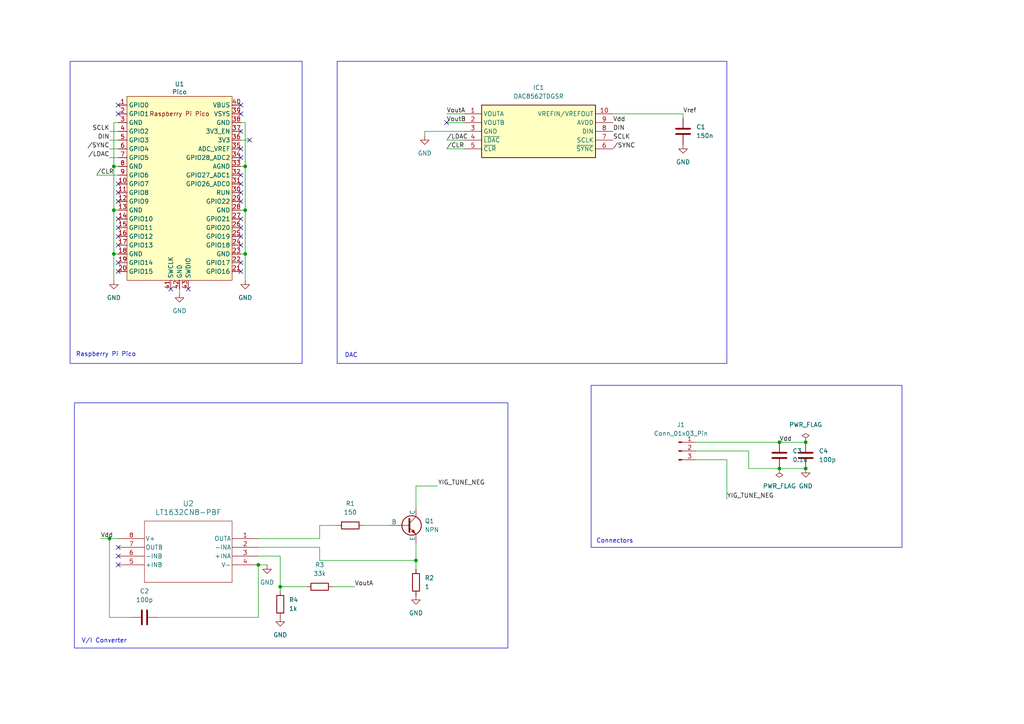
<source format=kicad_sch>
(kicad_sch (version 20231120) (generator "eeschema") (generator_version "8.0")
  (paper "A4")
  (lib_symbols
    (symbol "Connector:Conn_01x03_Pin" (pin_names (offset 1.016) hide)
      (property "Reference" "J" (at 0 5.08 0))
      (property "Value" "Conn_01x03_Pin" (at 0 -5.08 0))
      (symbol "Conn_01x03_Pin_1_1"
        (polyline (pts (xy 1.27 -2.54) (xy 0.8636 -2.54)) (stroke (width 0.1524)))
        (polyline (pts (xy 1.27 0) (xy 0.8636 0)) (stroke (width 0.1524)))
        (polyline (pts (xy 1.27 2.54) (xy 0.8636 2.54)) (stroke (width 0.1524)))
        (rectangle (start 0.8636 -2.413) (end 0 -2.667) (stroke (width 0.1524)) (fill (type outline)))
        (rectangle (start 0.8636 0.127) (end 0 -0.127) (stroke (width 0.1524)) (fill (type outline)))
        (rectangle (start 0.8636 2.667) (end 0 2.413) (stroke (width 0.1524)) (fill (type outline)))
        (pin passive line (at 5.08 2.54 180) (length 3.81) (name "Pin_1") (number "1"))
        (pin passive line (at 5.08 0 180) (length 3.81) (name "Pin_2") (number "2"))
        (pin passive line (at 5.08 -2.54 180) (length 3.81) (name "Pin_3") (number "3"))
      )
    )
    (symbol "DAC8562T:DAC8562TDGSR"
      (property "Reference" "IC1" (at 0 12.7 0))
      (property "Value" "DAC8562TDGSR" (at 0 10.16 0))
      (symbol "DAC8562TDGSR_1_1"
        (rectangle (start -16.51 7.62) (end 16.51 -7.62) (stroke (width 0.254)) (fill (type background)))
        (pin passive line (at -21.59 5.08 0) (length 5.08) (name "VOUTA") (number "1"))
        (pin passive line (at 21.59 5.08 180) (length 5.08) (name "VREFIN/VREFOUT") (number "10"))
        (pin passive line (at -21.59 2.54 0) (length 5.08) (name "VOUTB") (number "2"))
        (pin passive line (at -21.59 0 0) (length 5.08) (name "GND") (number "3"))
        (pin passive line (at -21.59 -2.54 0) (length 5.08) (name "~{LDAC}") (number "4"))
        (pin passive line (at -21.59 -5.08 0) (length 5.08) (name "~{CLR}") (number "5"))
        (pin passive line (at 21.59 -5.08 180) (length 5.08) (name "~{SYNC}") (number "6"))
        (pin passive line (at 21.59 -2.54 180) (length 5.08) (name "SCLK") (number "7"))
        (pin passive line (at 21.59 0 180) (length 5.08) (name "DIN") (number "8"))
        (pin passive line (at 21.59 2.54 180) (length 5.08) (name "AVDD") (number "9"))
      )
    )
    (symbol "Device:C" (pin_numbers hide) (pin_names (offset 0.254))
      (property "Reference" "C" (at 0.635 2.54 0))
      (property "Value" "C" (at 0.635 -2.54 0))
      (symbol "C_0_1"
        (polyline (pts (xy -2.032 -0.762) (xy 2.032 -0.762)) (stroke (width 0.508)))
        (polyline (pts (xy -2.032 0.762) (xy 2.032 0.762)) (stroke (width 0.508)))
      )
      (symbol "C_1_1"
        (pin passive line (at 0 3.81 270) (length 2.794) (name "~") (number "1"))
        (pin passive line (at 0 -3.81 90) (length 2.794) (name "~") (number "2"))
      )
    )
    (symbol "Device:R" (pin_numbers hide) (pin_names (offset 0))
      (property "Reference" "R" (at 2.032 0 90))
      (property "Value" "R" (at 0 0 90))
      (symbol "R_0_1"
        (rectangle (start -1.016 -2.54) (end 1.016 2.54) (stroke (width 0.254)))
      )
      (symbol "R_1_1"
        (pin passive line (at 0 3.81 270) (length 1.27) (name "~") (number "1"))
        (pin passive line (at 0 -3.81 90) (length 1.27) (name "~") (number "2"))
      )
    )
    (symbol "GND_1" (power) (pin_names (offset 0))
      (property "Value" "GND" (at 0 -3.81 0))
      (symbol "GND_1_0_1"
        (polyline (pts (xy 0 0) (xy 0 -1.27) (xy 1.27 -1.27) (xy 0 -2.54) (xy -1.27 -1.27) (xy 0 -1.27)))
      )
      (symbol "GND_1_1_1"
        (pin power_in line (at 0 0 270) (length 0) hide (name "GND") (number "1"))
      )
    )
    (symbol "GND_2" (power) (pin_names (offset 0))
      (property "Value" "GND" (at 0 -3.81 0))
      (symbol "GND_2_0_1"
        (polyline (pts (xy 0 0) (xy 0 -1.27) (xy 1.27 -1.27) (xy 0 -2.54) (xy -1.27 -1.27) (xy 0 -1.27)))
      )
      (symbol "GND_2_1_1"
        (pin power_in line (at 0 0 270) (length 0) hide (name "GND") (number "1"))
      )
    )
    (symbol "GND_3" (power) (pin_names (offset 0))
      (property "Value" "GND" (at 0 -3.81 0))
      (symbol "GND_3_0_1"
        (polyline (pts (xy 0 0) (xy 0 -1.27) (xy 1.27 -1.27) (xy 0 -2.54) (xy -1.27 -1.27) (xy 0 -1.27)))
      )
      (symbol "GND_3_1_1"
        (pin power_in line (at 0 0 270) (length 0) hide (name "GND") (number "1"))
      )
    )
    (symbol "GND_4" (power) (pin_names (offset 0))
      (property "Value" "GND" (at 0 -3.81 0))
      (symbol "GND_4_0_1"
        (polyline (pts (xy 0 0) (xy 0 -1.27) (xy 1.27 -1.27) (xy 0 -2.54) (xy -1.27 -1.27) (xy 0 -1.27)))
      )
      (symbol "GND_4_1_1"
        (pin power_in line (at 0 0 270) (length 0) hide (name "GND") (number "1"))
      )
    )
    (symbol "LT1632CN8_PBF:LT1632CN8-PBF" (pin_names (offset 0.254))
      (property "Reference" "U" (at -1.27 13.97 0))
      (property "Value" "LT1632CN8-PBF" (at -1.27 11.43 0))
      (symbol "LT1632CN8-PBF_0_1"
        (polyline (pts (xy -13.97 -8.89) (xy 11.43 -8.89)) (stroke (width 0.127)))
        (polyline (pts (xy -13.97 8.89) (xy -13.97 -8.89)) (stroke (width 0.127)))
        (polyline (pts (xy 11.43 -8.89) (xy 11.43 8.89)) (stroke (width 0.127)))
        (polyline (pts (xy 11.43 8.89) (xy -13.97 8.89)) (stroke (width 0.127)))
        (pin output line (at -21.59 3.81 0) (length 7.62) (name "OUTA") (number "1"))
        (pin input line (at -21.59 1.27 0) (length 7.62) (name "-INA") (number "2"))
        (pin input line (at -21.59 -1.27 0) (length 7.62) (name "+INA") (number "3"))
        (pin power_in line (at -21.59 -3.81 0) (length 7.62) (name "V-") (number "4"))
        (pin input line (at 19.05 -3.81 180) (length 7.62) (name "+INB") (number "5"))
        (pin input line (at 19.05 -1.27 180) (length 7.62) (name "-INB") (number "6"))
        (pin output line (at 19.05 1.27 180) (length 7.62) (name "OUTB") (number "7"))
        (pin power_in line (at 19.05 3.81 180) (length 7.62) (name "V+") (number "8"))
      )
    )
    (symbol "RaspberryPiPico:Pico"
      (property "Reference" "U" (at -13.97 27.94 0))
      (property "Value" "Pico" (at 0 19.05 0))
      (symbol "Pico_0_0"
        (text "Raspberry Pi Pico" (at 0 21.59 0) (effects (font (size 1.27 1.27))))
      )
      (symbol "Pico_0_1"
        (rectangle (start -15.24 26.67) (end 15.24 -26.67) (fill (type background)))
      )
      (symbol "Pico_1_1"
        (pin bidirectional line (at -17.78 24.13 0) (length 2.54) (name "GPIO0") (number "1"))
        (pin bidirectional line (at -17.78 1.27 0) (length 2.54) (name "GPIO7") (number "10"))
        (pin bidirectional line (at -17.78 -1.27 0) (length 2.54) (name "GPIO8") (number "11"))
        (pin bidirectional line (at -17.78 -3.81 0) (length 2.54) (name "GPIO9") (number "12"))
        (pin power_in line (at -17.78 -6.35 0) (length 2.54) (name "GND") (number "13"))
        (pin bidirectional line (at -17.78 -8.89 0) (length 2.54) (name "GPIO10") (number "14"))
        (pin bidirectional line (at -17.78 -11.43 0) (length 2.54) (name "GPIO11") (number "15"))
        (pin bidirectional line (at -17.78 -13.97 0) (length 2.54) (name "GPIO12") (number "16"))
        (pin bidirectional line (at -17.78 -16.51 0) (length 2.54) (name "GPIO13") (number "17"))
        (pin power_in line (at -17.78 -19.05 0) (length 2.54) (name "GND") (number "18"))
        (pin bidirectional line (at -17.78 -21.59 0) (length 2.54) (name "GPIO14") (number "19"))
        (pin bidirectional line (at -17.78 21.59 0) (length 2.54) (name "GPIO1") (number "2"))
        (pin bidirectional line (at -17.78 -24.13 0) (length 2.54) (name "GPIO15") (number "20"))
        (pin bidirectional line (at 17.78 -24.13 180) (length 2.54) (name "GPIO16") (number "21"))
        (pin bidirectional line (at 17.78 -21.59 180) (length 2.54) (name "GPIO17") (number "22"))
        (pin power_in line (at 17.78 -19.05 180) (length 2.54) (name "GND") (number "23"))
        (pin bidirectional line (at 17.78 -16.51 180) (length 2.54) (name "GPIO18") (number "24"))
        (pin bidirectional line (at 17.78 -13.97 180) (length 2.54) (name "GPIO19") (number "25"))
        (pin bidirectional line (at 17.78 -11.43 180) (length 2.54) (name "GPIO20") (number "26"))
        (pin bidirectional line (at 17.78 -8.89 180) (length 2.54) (name "GPIO21") (number "27"))
        (pin power_in line (at 17.78 -6.35 180) (length 2.54) (name "GND") (number "28"))
        (pin bidirectional line (at 17.78 -3.81 180) (length 2.54) (name "GPIO22") (number "29"))
        (pin power_in line (at -17.78 19.05 0) (length 2.54) (name "GND") (number "3"))
        (pin input line (at 17.78 -1.27 180) (length 2.54) (name "RUN") (number "30"))
        (pin bidirectional line (at 17.78 1.27 180) (length 2.54) (name "GPIO26_ADC0") (number "31"))
        (pin bidirectional line (at 17.78 3.81 180) (length 2.54) (name "GPIO27_ADC1") (number "32"))
        (pin power_in line (at 17.78 6.35 180) (length 2.54) (name "AGND") (number "33"))
        (pin bidirectional line (at 17.78 8.89 180) (length 2.54) (name "GPIO28_ADC2") (number "34"))
        (pin power_in line (at 17.78 11.43 180) (length 2.54) (name "ADC_VREF") (number "35"))
        (pin power_in line (at 17.78 13.97 180) (length 2.54) (name "3V3") (number "36"))
        (pin input line (at 17.78 16.51 180) (length 2.54) (name "3V3_EN") (number "37"))
        (pin bidirectional line (at 17.78 19.05 180) (length 2.54) (name "GND") (number "38"))
        (pin power_in line (at 17.78 21.59 180) (length 2.54) (name "VSYS") (number "39"))
        (pin bidirectional line (at -17.78 16.51 0) (length 2.54) (name "GPIO2") (number "4"))
        (pin power_in line (at 17.78 24.13 180) (length 2.54) (name "VBUS") (number "40"))
        (pin input line (at -2.54 -29.21 90) (length 2.54) (name "SWCLK") (number "41"))
        (pin power_in line (at 0 -29.21 90) (length 2.54) (name "GND") (number "42"))
        (pin bidirectional line (at 2.54 -29.21 90) (length 2.54) (name "SWDIO") (number "43"))
        (pin bidirectional line (at -17.78 13.97 0) (length 2.54) (name "GPIO3") (number "5"))
        (pin bidirectional line (at -17.78 11.43 0) (length 2.54) (name "GPIO4") (number "6"))
        (pin bidirectional line (at -17.78 8.89 0) (length 2.54) (name "GPIO5") (number "7"))
        (pin power_in line (at -17.78 6.35 0) (length 2.54) (name "GND") (number "8"))
        (pin bidirectional line (at -17.78 3.81 0) (length 2.54) (name "GPIO6") (number "9"))
      )
    )
    (symbol "Simulation_SPICE:NPN" (pin_numbers hide) (pin_names (offset 0))
      (property "Reference" "Q" (at -2.54 7.62 0))
      (property "Value" "NPN" (at -2.54 5.08 0))
      (symbol "NPN_0_1"
        (polyline (pts (xy -2.54 0) (xy 0.635 0)) (stroke (width 0.1524)))
        (polyline (pts (xy 0.635 0.635) (xy 2.54 2.54)))
        (polyline (pts (xy 2.794 -1.27) (xy 2.794 -1.27)) (stroke (width 0.1524)))
        (polyline (pts (xy 2.794 -1.27) (xy 2.794 -1.27)) (stroke (width 0.1524)))
        (polyline (pts (xy 0.635 -0.635) (xy 2.54 -2.54) (xy 2.54 -2.54)))
        (polyline (pts (xy 0.635 1.905) (xy 0.635 -1.905) (xy 0.635 -1.905)) (stroke (width 0.508)))
        (polyline (pts (xy 1.27 -1.778) (xy 1.778 -1.27) (xy 2.286 -2.286) (xy 1.27 -1.778) (xy 1.27 -1.778)) (fill (type outline)))
        (circle (center 1.27 0) (radius 2.8194) (stroke (width 0.254)))
      )
      (symbol "NPN_1_1"
        (pin open_collector line (at 2.54 5.08 270) (length 2.54) (name "C") (number "1"))
        (pin input line (at -5.08 0 0) (length 2.54) (name "B") (number "2"))
        (pin open_emitter line (at 2.54 -5.08 90) (length 2.54) (name "E") (number "3"))
      )
    )
    (symbol "power:GND" (power) (pin_names (offset 0))
      (property "Value" "GND" (at 0 -3.81 0))
      (symbol "GND_0_1"
        (polyline (pts (xy 0 0) (xy 0 -1.27) (xy 1.27 -1.27) (xy 0 -2.54) (xy -1.27 -1.27) (xy 0 -1.27)))
      )
      (symbol "GND_1_1"
        (pin power_in line (at 0 0 270) (length 0) hide (name "GND") (number "1"))
      )
    )
    (symbol "power:PWR_FLAG" (power) (pin_numbers hide) (pin_names (offset 0) hide)
      (property "Value" "PWR_FLAG" (at 0 3.81 0))
      (symbol "PWR_FLAG_0_0"
        (pin power_out line (at 0 0 90) (length 0) (name "pwr") (number "1"))
      )
      (symbol "PWR_FLAG_0_1"
        (polyline (pts (xy 0 0) (xy 0 1.27) (xy -1.016 1.905) (xy 0 2.54) (xy 1.016 1.905) (xy 0 1.27)))
      )
    )
  )
  (junction (at 226.06 135.89))
  (junction (at 33.02 73.66))
  (junction (at 71.12 73.66))
  (junction (at 226.06 128.27))
  (junction (at 33.02 60.96))
  (junction (at 31.75 156.21))
  (junction (at 81.28 170.18))
  (junction (at 74.93 163.83))
  (junction (at 120.65 162.56))
  (junction (at 71.12 48.26))
  (junction (at 233.68 128.27))
  (junction (at 233.68 135.89))
  (junction (at 33.02 48.26))
  (junction (at 71.12 60.96))
  (no_connect (at 34.29 53.34))
  (no_connect (at 49.53 83.82))
  (no_connect (at 69.85 53.34))
  (no_connect (at 69.85 63.5))
  (no_connect (at 34.29 68.58))
  (no_connect (at 34.29 55.88))
  (no_connect (at 69.85 66.04))
  (no_connect (at 34.29 63.5))
  (no_connect (at 129.54 35.56))
  (no_connect (at 34.29 163.83))
  (no_connect (at 69.85 45.72))
  (no_connect (at 34.29 33.02))
  (no_connect (at 34.29 76.2))
  (no_connect (at 54.61 83.82))
  (no_connect (at 34.29 30.48))
  (no_connect (at 34.29 71.12))
  (no_connect (at 72.39 40.64))
  (no_connect (at 69.85 30.48))
  (no_connect (at 69.85 71.12))
  (no_connect (at 69.85 50.8))
  (no_connect (at 34.29 158.75))
  (no_connect (at 69.85 38.1))
  (no_connect (at 69.85 58.42))
  (no_connect (at 69.85 55.88))
  (no_connect (at 34.29 66.04))
  (no_connect (at 34.29 78.74))
  (no_connect (at 69.85 76.2))
  (no_connect (at 69.85 33.02))
  (no_connect (at 34.29 58.42))
  (no_connect (at 34.29 161.29))
  (no_connect (at 69.85 78.74))
  (no_connect (at 69.85 43.18))
  (no_connect (at 69.85 68.58))
  (wire (pts (xy 71.12 73.66) (xy 71.12 81.28)))
  (wire (pts (xy 81.28 161.29) (xy 81.28 170.18)))
  (wire (pts (xy 31.75 43.18) (xy 34.29 43.18)))
  (wire (pts (xy 77.47 163.83) (xy 74.93 163.83)))
  (wire (pts (xy 69.85 73.66) (xy 71.12 73.66)))
  (wire (pts (xy 33.02 73.66) (xy 33.02 81.28)))
  (wire (pts (xy 31.75 45.72) (xy 34.29 45.72)))
  (wire (pts (xy 69.85 35.56) (xy 71.12 35.56)))
  (wire (pts (xy 31.75 156.21) (xy 31.75 179.07)))
  (wire (pts (xy 34.29 48.26) (xy 33.02 48.26)))
  (wire (pts (xy 31.75 156.21) (xy 34.29 156.21)))
  (wire (pts (xy 81.28 170.18) (xy 81.28 171.45)))
  (wire (pts (xy 34.29 60.96) (xy 33.02 60.96)))
  (wire (pts (xy 210.82 144.78) (xy 210.82 133.35)))
  (wire (pts (xy 92.71 156.21) (xy 74.93 156.21)))
  (wire (pts (xy 34.29 73.66) (xy 33.02 73.66)))
  (wire (pts (xy 96.52 170.18) (xy 102.87 170.18)))
  (wire (pts (xy 33.02 60.96) (xy 33.02 73.66)))
  (wire (pts (xy 217.17 130.81) (xy 217.17 135.89)))
  (wire (pts (xy 120.65 162.56) (xy 120.65 165.1)))
  (wire (pts (xy 134.62 38.1) (xy 123.19 38.1)))
  (wire (pts (xy 226.06 128.27) (xy 233.68 128.27)))
  (wire (pts (xy 177.8 33.02) (xy 198.12 33.02)))
  (wire (pts (xy 120.65 157.48) (xy 120.65 162.56)))
  (wire (pts (xy 105.41 152.4) (xy 113.03 152.4)))
  (wire (pts (xy 201.93 128.27) (xy 226.06 128.27)))
  (wire (pts (xy 34.29 35.56) (xy 33.02 35.56)))
  (wire (pts (xy 45.72 179.07) (xy 74.93 179.07)))
  (wire (pts (xy 31.75 38.1) (xy 34.29 38.1)))
  (wire (pts (xy 201.93 130.81) (xy 217.17 130.81)))
  (wire (pts (xy 120.65 147.32) (xy 120.65 140.97)))
  (wire (pts (xy 92.71 152.4) (xy 97.79 152.4)))
  (wire (pts (xy 129.54 40.64) (xy 134.62 40.64)))
  (wire (pts (xy 92.71 152.4) (xy 92.71 156.21)))
  (wire (pts (xy 120.65 140.97) (xy 127 140.97)))
  (wire (pts (xy 198.12 33.02) (xy 198.12 34.29)))
  (wire (pts (xy 71.12 48.26) (xy 71.12 60.96)))
  (wire (pts (xy 129.54 33.02) (xy 134.62 33.02)))
  (wire (pts (xy 74.93 158.75) (xy 92.71 158.75)))
  (wire (pts (xy 92.71 158.75) (xy 92.71 162.56)))
  (wire (pts (xy 129.54 35.56) (xy 134.62 35.56)))
  (wire (pts (xy 210.82 133.35) (xy 201.93 133.35)))
  (wire (pts (xy 69.85 60.96) (xy 71.12 60.96)))
  (wire (pts (xy 74.93 161.29) (xy 81.28 161.29)))
  (wire (pts (xy 31.75 40.64) (xy 34.29 40.64)))
  (wire (pts (xy 81.28 170.18) (xy 88.9 170.18)))
  (wire (pts (xy 69.85 40.64) (xy 72.39 40.64)))
  (wire (pts (xy 33.02 48.26) (xy 33.02 60.96)))
  (wire (pts (xy 226.06 135.89) (xy 233.68 135.89)))
  (wire (pts (xy 69.85 48.26) (xy 71.12 48.26)))
  (wire (pts (xy 74.93 179.07) (xy 74.93 163.83)))
  (wire (pts (xy 129.54 43.18) (xy 134.62 43.18)))
  (wire (pts (xy 38.1 179.07) (xy 31.75 179.07)))
  (wire (pts (xy 71.12 35.56) (xy 71.12 48.26)))
  (wire (pts (xy 33.02 35.56) (xy 33.02 48.26)))
  (wire (pts (xy 217.17 135.89) (xy 226.06 135.89)))
  (wire (pts (xy 92.71 162.56) (xy 120.65 162.56)))
  (wire (pts (xy 52.07 83.82) (xy 52.07 85.09)))
  (wire (pts (xy 29.21 156.21) (xy 31.75 156.21)))
  (wire (pts (xy 27.94 50.8) (xy 34.29 50.8)))
  (wire (pts (xy 71.12 60.96) (xy 71.12 73.66)))
  (wire (pts (xy 123.19 38.1) (xy 123.19 39.37)))
  (rectangle (start 21.59 116.84) (end 147.32 187.96))
  (rectangle (start 20.32 17.78) (end 87.63 105.41))
  (rectangle (start 97.79 17.78) (end 210.82 105.41))
  (rectangle (start 171.45 111.76) (end 261.62 158.75))
  (text "DAC\n" (at 101.854 103.124 0) (effects (font (size 1.27 1.27))))
  (text "Raspberry Pi Pico" (at 30.734 102.87 0) (effects (font (size 1.27 1.27))))
  (text "Connectors" (at 178.308 156.972 0) (effects (font (size 1.27 1.27))))
  (text "V/I Converter" (at 30.226 185.928 0) (effects (font (size 1.27 1.27))))
  (label "DIN" (at 177.8 38.1 0))
  (label "YIG_TUNE_NEG" (at 210.82 144.78 0))
  (label "YIG_TUNE_NEG" (at 127 140.97 0))
  (label "{slash}LDAC" (at 31.75 45.72 180))
  (label "VoutA" (at 102.87 170.18 0))
  (label "VoutA" (at 129.54 33.02 0))
  (label "DIN" (at 31.75 40.64 180))
  (label "Vdd" (at 226.06 128.27 0))
  (label "SCLK" (at 31.75 38.1 180))
  (label "{slash}CLR" (at 27.94 50.8 0))
  (label "{slash}SYNC" (at 31.75 43.18 180))
  (label "Vdd" (at 29.21 156.21 0))
  (label "VoutB" (at 129.54 35.56 0))
  (label "Vref" (at 198.12 33.02 0))
  (label "Vdd" (at 177.8 35.56 0))
  (label "SCLK" (at 177.8 40.64 0))
  (label "{slash}LDAC" (at 129.54 40.64 0))
  (label "{slash}SYNC" (at 177.8 43.18 0))
  (label "{slash}CLR" (at 129.54 43.18 0))
  (symbol (lib_id "Device:R") (at 101.6 152.4 90) (unit 1)
    (property "Reference" "R1" (at 101.6 146.05 90))
    (property "Value" "150" (at 101.6 148.59 90))
    (property "Footprint" "Resistor_SMD:R_0805_2012Metric_Pad1.20x1.40mm_HandSolder" (effects (hide yes)))
    (property "Description" "Resistor" (effects (hide yes)))
  )
  (symbol (lib_name "GND_3") (lib_id "power:GND") (at 77.47 163.83 0) (unit 1)
    (property "Reference" "#PWR06" (effects (hide yes)))
    (property "Value" "GND" (at 77.47 168.91 0))
    (property "Description" "Power symbol creates a global label with name \"GND\" , ground" (effects (hide yes)))
  )
  (symbol (lib_name "GND_1") (lib_id "power:GND") (at 198.12 41.91 0) (unit 1)
    (property "Reference" "#PWR04" (effects (hide yes)))
    (property "Value" "GND" (at 198.12 46.99 0))
    (property "Description" "Power symbol creates a global label with name \"GND\" , ground" (effects (hide yes)))
  )
  (symbol (lib_id "LT1632CN8_PBF:LT1632CN8-PBF") (at 53.34 160.02 0) (mirror y) (unit 1)
    (property "Reference" "U2" (at 54.61 146.05 0) (effects (font (size 1.524 1.524))))
    (property "Value" "LT1632CN8-PBF" (at 54.61 148.59 0) (effects (font (size 1.524 1.524))))
    (property "Footprint" "footprints:PDIP-8_N_LIT" (effects (hide yes)))
    (property "Datasheet" "LT1632CN8-PBF" (effects (hide yes)))
  )
  (symbol (lib_id "Device:C") (at 233.68 132.08 0) (unit 1)
    (property "Reference" "C4" (at 237.49 130.8099 0) (effects (justify left)))
    (property "Value" "100p" (at 237.49 133.3499 0) (effects (justify left)))
    (property "Footprint" "Capacitor_SMD:C_0805_2012Metric_Pad1.18x1.45mm_HandSolder" (effects (hide yes)))
    (property "Description" "Unpolarized capacitor" (effects (hide yes)))
  )
  (symbol (lib_id "Device:C") (at 226.06 132.08 0) (unit 1)
    (property "Reference" "C3" (at 229.87 130.8099 0) (effects (justify left)))
    (property "Value" "0.1u" (at 229.87 133.3499 0) (effects (justify left)))
    (property "Footprint" "Capacitor_SMD:C_1206_3216Metric_Pad1.33x1.80mm_HandSolder" (effects (hide yes)))
    (property "Description" "Unpolarized capacitor" (effects (hide yes)))
  )
  (symbol (lib_id "Device:C") (at 41.91 179.07 90) (unit 1)
    (property "Reference" "C2" (at 41.91 171.45 90))
    (property "Value" "100p" (at 41.91 173.99 90))
    (property "Footprint" "Capacitor_SMD:C_0805_2012Metric_Pad1.18x1.45mm_HandSolder" (effects (hide yes)))
    (property "Description" "Unpolarized capacitor" (effects (hide yes)))
  )
  (symbol (lib_id "RaspberryPiPico:Pico") (at 52.07 54.61 0) (unit 1)
    (property "Reference" "U1" (at 52.07 24.384 0))
    (property "Value" "Pico" (at 52.07 26.67 0))
    (property "Footprint" "footprints:RPi_Pico_SMD_TH" (effects (hide yes)))
  )
  (symbol (lib_id "DAC8562T:DAC8562TDGSR") (at 156.21 38.1 0) (unit 1)
    (property "Reference" "IC1" (at 156.21 25.4 0))
    (property "Value" "DAC8562TDGSR" (at 156.21 27.94 0))
    (property "Footprint" "footprints:SOP50P490X110-10N" (effects (hide yes)))
    (property "Datasheet" "http://www.ti.com/lit/gpn/dac8562t" (effects (hide yes)))
    (property "Description" "DAC8562T Dual,16-Bit,Low Power,Voltage-Output DACs with 2.5-V,4ppm/C, Internal Ref, and 5V TTL I/O" (effects (hide yes)))
    (property "Height" "1.1" (effects (hide yes)))
    (property "Mouser Part Number" "595-DAC8562TDGSR" (effects (hide yes)))
    (property "Mouser Price/Stock" "https://www.mouser.co.uk/ProductDetail/Texas-Instruments/DAC8562TDGSR?qs=yajEpaT76uRlRTSVGMxFig%3D%3D" (effects (hide yes)))
    (property "Manufacturer_Name" "Texas Instruments" (effects (hide yes)))
    (property "Manufacturer_Part_Number" "DAC8562TDGSR" (effects (hide yes)))
  )
  (symbol (lib_id "Device:R") (at 92.71 170.18 90) (unit 1)
    (property "Reference" "R3" (at 92.71 163.83 90))
    (property "Value" "33k" (at 92.71 166.37 90))
    (property "Footprint" "Resistor_SMD:R_0805_2012Metric_Pad1.20x1.40mm_HandSolder" (effects (hide yes)))
    (property "Description" "Resistor" (effects (hide yes)))
  )
  (symbol (lib_name "GND_4") (lib_id "power:GND") (at 81.28 179.07 0) (unit 1)
    (property "Reference" "#PWR09" (effects (hide yes)))
    (property "Value" "GND" (at 81.28 184.15 0))
    (property "Description" "Power symbol creates a global label with name \"GND\" , ground" (effects (hide yes)))
  )
  (symbol (lib_id "power:GND") (at 71.12 81.28 0) (unit 1)
    (property "Reference" "#PWR03" (effects (hide yes)))
    (property "Value" "GND" (at 71.12 86.36 0))
    (property "Description" "Power symbol creates a global label with name \"GND\" , ground" (effects (hide yes)))
  )
  (symbol (lib_id "power:PWR_FLAG") (at 233.68 128.27 0) (unit 1)
    (property "Reference" "#FLG01" (effects (hide yes)))
    (property "Value" "PWR_FLAG" (at 233.68 123.19 0))
    (property "Description" "Special symbol for telling ERC where power comes from" (effects (hide yes)))
  )
  (symbol (lib_id "power:PWR_FLAG") (at 226.06 135.89 180) (unit 1)
    (property "Reference" "#FLG02" (effects (hide yes)))
    (property "Value" "PWR_FLAG" (at 226.06 140.97 0))
    (property "Description" "Special symbol for telling ERC where power comes from" (effects (hide yes)))
  )
  (symbol (lib_id "Device:R") (at 81.28 175.26 180) (unit 1)
    (property "Reference" "R4" (at 83.82 173.9899 0) (effects (justify right)))
    (property "Value" "1k" (at 83.82 176.5299 0) (effects (justify right)))
    (property "Footprint" "Resistor_SMD:R_0805_2012Metric_Pad1.20x1.40mm_HandSolder" (effects (hide yes)))
    (property "Description" "Resistor" (effects (hide yes)))
  )
  (symbol (lib_name "GND_2") (lib_id "power:GND") (at 123.19 39.37 0) (unit 1)
    (property "Reference" "#PWR05" (effects (hide yes)))
    (property "Value" "GND" (at 123.19 44.45 0))
    (property "Description" "Power symbol creates a global label with name \"GND\" , ground" (effects (hide yes)))
  )
  (symbol (lib_id "Device:R") (at 120.65 168.91 180) (unit 1)
    (property "Reference" "R2" (at 123.19 167.6399 0) (effects (justify right)))
    (property "Value" "1" (at 123.19 170.1799 0) (effects (justify right)))
    (property "Footprint" "Resistor_SMD:R_0805_2012Metric_Pad1.20x1.40mm_HandSolder" (effects (hide yes)))
    (property "Description" "Resistor" (effects (hide yes)))
  )
  (symbol (lib_id "power:GND") (at 52.07 85.09 0) (unit 1)
    (property "Reference" "#PWR02" (effects (hide yes)))
    (property "Value" "GND" (at 52.07 90.17 0))
    (property "Description" "Power symbol creates a global label with name \"GND\" , ground" (effects (hide yes)))
  )
  (symbol (lib_id "Simulation_SPICE:NPN") (at 118.11 152.4 0) (unit 1)
    (property "Reference" "Q1" (at 123.19 151.1299 0) (effects (justify left)))
    (property "Value" "NPN" (at 123.19 153.6699 0) (effects (justify left)))
    (property "Footprint" "Package_TO_SOT_SMD:SOT-23" (effects (hide yes)))
    (property "Datasheet" "https://ngspice.sourceforge.io/docs/ngspice-html-manual/manual.xhtml#cha_BJTs" (effects (hide yes)))
    (property "Description" "Bipolar transistor symbol for simulation only, substrate tied to the emitter" (effects (hide yes)))
    (property "Sim.Device" "NPN" (effects (hide yes)))
    (property "Sim.Type" "GUMMELPOON" (effects (hide yes)))
    (property "Sim.Pins" "1=C 2=B 3=E" (effects (hide yes)))
  )
  (symbol (lib_id "power:GND") (at 33.02 81.28 0) (unit 1)
    (property "Reference" "#PWR01" (effects (hide yes)))
    (property "Value" "GND" (at 33.02 86.36 0))
    (property "Description" "Power symbol creates a global label with name \"GND\" , ground" (effects (hide yes)))
  )
  (symbol (lib_id "Device:C") (at 198.12 38.1 0) (unit 1)
    (property "Reference" "C1" (at 201.93 36.8299 0) (effects (justify left)))
    (property "Value" "150n" (at 201.93 39.3699 0) (effects (justify left)))
    (property "Footprint" "Capacitor_SMD:C_0805_2012Metric_Pad1.18x1.45mm_HandSolder" (effects (hide yes)))
    (property "Description" "Unpolarized capacitor" (effects (hide yes)))
  )
  (symbol (lib_id "power:GND") (at 233.68 135.89 0) (unit 1)
    (property "Reference" "#PWR08" (effects (hide yes)))
    (property "Value" "GND" (at 233.68 140.97 0))
    (property "Description" "Power symbol creates a global label with name \"GND\" , ground" (effects (hide yes)))
  )
  (symbol (lib_name "GND_4") (lib_id "power:GND") (at 120.65 172.72 0) (unit 1)
    (property "Reference" "#PWR07" (effects (hide yes)))
    (property "Value" "GND" (at 120.65 177.8 0))
    (property "Description" "Power symbol creates a global label with name \"GND\" , ground" (effects (hide yes)))
  )
  (symbol (lib_id "Connector:Conn_01x03_Pin") (at 196.85 130.81 0) (unit 1)
    (property "Reference" "J1" (at 197.485 123.19 0))
    (property "Value" "Conn_01x03_Pin" (at 197.485 125.73 0))
    (property "Footprint" "TerminalBlock:TerminalBlock_Altech_AK300-3_P5.00mm" (effects (hide yes)))
    (property "Description" "Generic connector, single row, 01x03, script generated" (effects (hide yes)))
  )
)
</source>
